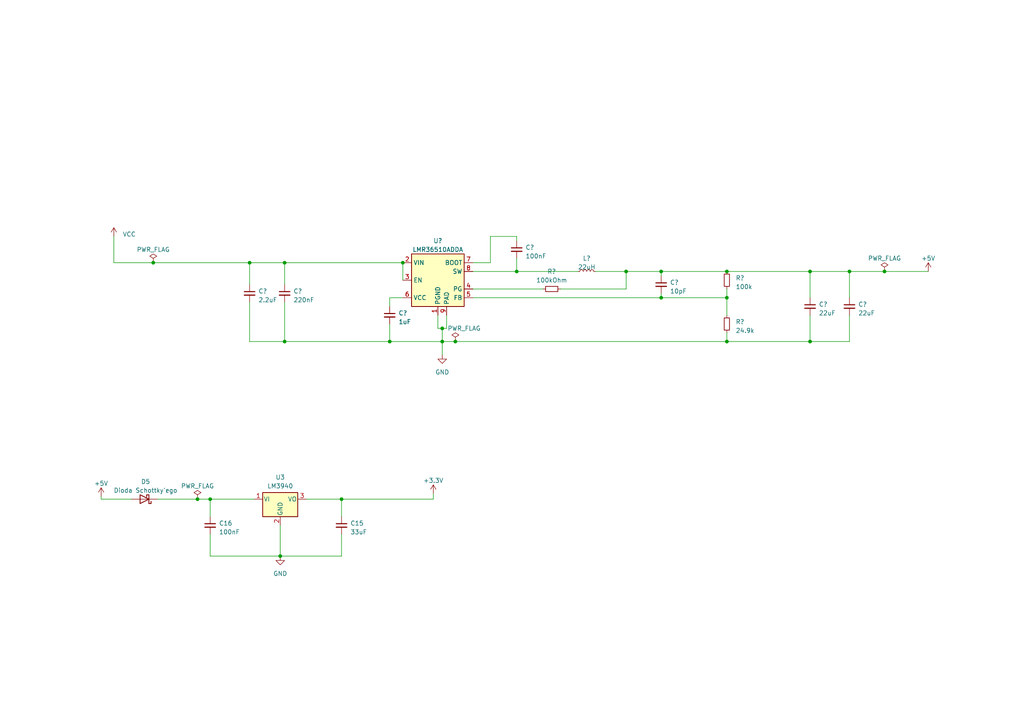
<source format=kicad_sch>
(kicad_sch (version 20230121) (generator eeschema)
  (paper "A4")
  (lib_symbols
    (symbol "Device:C_Small" (pin_numbers hide) (pin_names (offset 0.254) hide)
      (property "Reference" "C" (at 0.254 1.778 0))
      (property "Value" "C_Small" (at 0.254 -2.032 0))
      (symbol "C_Small_0_1"
        (polyline (pts (xy -1.524 -0.508) (xy 1.524 -0.508)) (stroke (width 0.3302)))
        (polyline (pts (xy -1.524 0.508) (xy 1.524 0.508)) (stroke (width 0.3048)))
      )
      (symbol "C_Small_1_1"
        (pin passive line (at 0 2.54 270) (length 2.032) (name "~") (number "1"))
        (pin passive line (at 0 -2.54 90) (length 2.032) (name "~") (number "2"))
      )
    )
    (symbol "Device:L_Small" (pin_numbers hide) (pin_names (offset 0.254) hide)
      (property "Reference" "L" (at 0.762 1.016 0))
      (property "Value" "L_Small" (at 0.762 -1.016 0))
      (symbol "L_Small_0_1"
        (arc (start 0 -2.032) (mid 0.5058 -1.524) (end 0 -1.016))
        (arc (start 0 -1.016) (mid 0.5058 -0.508) (end 0 0))
        (arc (start 0 0) (mid 0.5058 0.508) (end 0 1.016))
        (arc (start 0 1.016) (mid 0.5058 1.524) (end 0 2.032))
      )
      (symbol "L_Small_1_1"
        (pin passive line (at 0 2.54 270) (length 0.508) (name "~") (number "1"))
        (pin passive line (at 0 -2.54 90) (length 0.508) (name "~") (number "2"))
      )
    )
    (symbol "Device:R_Small" (pin_numbers hide) (pin_names (offset 0.254) hide)
      (property "Reference" "R" (at 0.762 0.508 0))
      (property "Value" "R_Small" (at 0.762 -1.016 0))
      (symbol "R_Small_0_1"
        (rectangle (start -0.762 1.778) (end 0.762 -1.778) (stroke (width 0.2032)))
      )
      (symbol "R_Small_1_1"
        (pin passive line (at 0 2.54 270) (length 0.762) (name "~") (number "1"))
        (pin passive line (at 0 -2.54 90) (length 0.762) (name "~") (number "2"))
      )
    )
    (symbol "Diode:1N5711UR" (pin_numbers hide) (pin_names (offset 1.016) hide)
      (property "Reference" "D" (at 0 2.54 0))
      (property "Value" "1N5711UR" (at 0 -2.54 0))
      (symbol "1N5711UR_0_1"
        (polyline (pts (xy 1.27 0) (xy -1.27 0)))
        (polyline (pts (xy 1.27 1.27) (xy 1.27 -1.27) (xy -1.27 0) (xy 1.27 1.27)) (stroke (width 0.254)))
        (polyline (pts (xy -1.905 0.635) (xy -1.905 1.27) (xy -1.27 1.27) (xy -1.27 -1.27) (xy -0.635 -1.27) (xy -0.635 -0.635)) (stroke (width 0.254)))
      )
      (symbol "1N5711UR_1_1"
        (pin passive line (at -3.81 0 0) (length 2.54) (name "K") (number "1"))
        (pin passive line (at 3.81 0 180) (length 2.54) (name "A") (number "2"))
      )
    )
    (symbol "Regulator_Linear:LM7805_TO220" (pin_names (offset 0.254))
      (property "Reference" "U3" (at 0 6.35 0))
      (property "Value" "LM3940" (at 0 3.81 0))
      (symbol "LM7805_TO220_0_1"
        (rectangle (start -5.08 1.905) (end 5.08 -5.08) (stroke (width 0.254)) (fill (type background)))
      )
      (symbol "LM7805_TO220_1_1"
        (pin power_in line (at -7.62 0 0) (length 2.54) (name "VI") (number "1"))
        (pin power_in line (at 0 -7.62 90) (length 2.54) (name "GND") (number "2"))
        (pin power_out line (at 7.62 0 180) (length 2.54) (name "VO") (number "3"))
      )
    )
    (symbol "Regulator_Switching:LMR36510ADDA"
      (property "Reference" "U2" (at 0 11.43 0))
      (property "Value" "LMR36510ADDA" (at 0 8.89 0))
      (symbol "LMR36510ADDA_0_1"
        (rectangle (start -7.62 7.62) (end 7.62 -7.62) (stroke (width 0.254)) (fill (type background)))
      )
      (symbol "LMR36510ADDA_1_1"
        (pin power_in line (at 0 -10.16 90) (length 2.54) (name "PGND") (number "1"))
        (pin power_in line (at -10.16 5.08 0) (length 2.54) (name "VIN") (number "2"))
        (pin input line (at -10.16 0 0) (length 2.54) (name "EN") (number "3"))
        (pin open_collector line (at 10.16 -2.54 180) (length 2.54) (name "PG") (number "4"))
        (pin input line (at 10.16 -5.08 180) (length 2.54) (name "FB") (number "5"))
        (pin power_out line (at -10.16 -5.08 0) (length 2.54) (name "VCC") (number "6"))
        (pin input line (at 10.16 5.08 180) (length 2.54) (name "BOOT") (number "7"))
        (pin output line (at 10.16 2.54 180) (length 2.54) (name "SW") (number "8"))
        (pin power_in line (at 2.54 -10.16 90) (length 2.54) (name "PAD") (number "9"))
      )
    )
    (symbol "power:+3.3V" (power) (pin_names (offset 0))
      (property "Value" "+3.3V" (at 0 3.556 0))
      (symbol "+3.3V_0_1"
        (polyline (pts (xy -0.762 1.27) (xy 0 2.54)))
        (polyline (pts (xy 0 0) (xy 0 2.54)))
        (polyline (pts (xy 0 2.54) (xy 0.762 1.27)))
      )
      (symbol "+3.3V_1_1"
        (pin power_in line (at 0 0 90) (length 0) hide (name "+3.3V") (number "1"))
      )
    )
    (symbol "power:+5V" (power) (pin_names (offset 0))
      (property "Value" "+5V" (at 0 3.556 0))
      (symbol "+5V_0_1"
        (polyline (pts (xy -0.762 1.27) (xy 0 2.54)))
        (polyline (pts (xy 0 0) (xy 0 2.54)))
        (polyline (pts (xy 0 2.54) (xy 0.762 1.27)))
      )
      (symbol "+5V_1_1"
        (pin power_in line (at 0 0 90) (length 0) hide (name "+5V") (number "1"))
      )
    )
    (symbol "power:GND" (power) (pin_names (offset 0))
      (property "Value" "GND" (at 0 -3.81 0))
      (symbol "GND_0_1"
        (polyline (pts (xy 0 0) (xy 0 -1.27) (xy 1.27 -1.27) (xy 0 -2.54) (xy -1.27 -1.27) (xy 0 -1.27)))
      )
      (symbol "GND_1_1"
        (pin power_in line (at 0 0 270) (length 0) hide (name "GND") (number "1"))
      )
    )
    (symbol "power:PWR_FLAG" (power) (pin_numbers hide) (pin_names (offset 0) hide)
      (property "Value" "PWR_FLAG" (at 0 3.81 0))
      (symbol "PWR_FLAG_0_0"
        (pin power_out line (at 0 0 90) (length 0) (name "pwr") (number "1"))
      )
      (symbol "PWR_FLAG_0_1"
        (polyline (pts (xy 0 0) (xy 0 1.27) (xy -1.016 1.905) (xy 0 2.54) (xy 1.016 1.905) (xy 0 1.27)))
      )
    )
    (symbol "power:VCC" (power) (pin_names (offset 0))
      (property "Value" "VCC" (at 0 3.81 0))
      (symbol "VCC_0_1"
        (polyline (pts (xy -0.762 1.27) (xy 0 2.54)))
        (polyline (pts (xy 0 0) (xy 0 2.54)))
        (polyline (pts (xy 0 2.54) (xy 0.762 1.27)))
      )
      (symbol "VCC_1_1"
        (pin power_in line (at 0 0 90) (length 0) hide (name "VCC") (number "1"))
      )
    )
  )
  (junction (at 181.61 78.74))
  (junction (at 82.55 99.06))
  (junction (at 132.08 99.06))
  (junction (at 149.86 78.74))
  (junction (at 246.38 78.74))
  (junction (at 128.27 99.06))
  (junction (at 60.96 144.78))
  (junction (at 191.77 86.36))
  (junction (at 44.45 76.2))
  (junction (at 128.27 95.25))
  (junction (at 113.03 99.06))
  (junction (at 191.77 78.74))
  (junction (at 234.95 78.74))
  (junction (at 234.95 99.06))
  (junction (at 81.28 161.29))
  (junction (at 210.82 86.36))
  (junction (at 57.277 144.78))
  (junction (at 116.84 76.2))
  (junction (at 256.54 78.74))
  (junction (at 72.39 76.2))
  (junction (at 82.55 76.2))
  (junction (at 210.82 78.74))
  (junction (at 99.06 144.78))
  (junction (at 210.82 99.06))
  (wire (pts (xy 137.16 76.2) (xy 142.24 76.2)))
  (wire (pts (xy 172.72 78.74) (xy 181.61 78.74)))
  (wire (pts (xy 113.03 99.06) (xy 128.27 99.06)))
  (wire (pts (xy 234.95 78.74) (xy 246.38 78.74)))
  (wire (pts (xy 128.27 99.06) (xy 132.08 99.06)))
  (wire (pts (xy 181.61 78.74) (xy 191.77 78.74)))
  (wire (pts (xy 99.06 144.78) (xy 88.9 144.78)))
  (wire (pts (xy 234.95 99.06) (xy 210.82 99.06)))
  (wire (pts (xy 82.55 76.2) (xy 116.84 76.2)))
  (wire (pts (xy 137.16 86.36) (xy 191.77 86.36)))
  (wire (pts (xy 234.95 91.44) (xy 234.95 99.06)))
  (wire (pts (xy 116.84 86.36) (xy 113.03 86.36)))
  (wire (pts (xy 29.337 144.78) (xy 38.1 144.78)))
  (wire (pts (xy 72.39 99.06) (xy 82.55 99.06)))
  (wire (pts (xy 29.337 144.018) (xy 29.337 144.78)))
  (wire (pts (xy 33.02 76.2) (xy 44.45 76.2)))
  (wire (pts (xy 191.77 86.36) (xy 210.82 86.36)))
  (wire (pts (xy 191.77 78.74) (xy 210.82 78.74)))
  (wire (pts (xy 45.72 144.78) (xy 57.277 144.78)))
  (wire (pts (xy 60.96 144.78) (xy 60.96 149.86)))
  (wire (pts (xy 127 95.25) (xy 128.27 95.25)))
  (wire (pts (xy 210.82 96.52) (xy 210.82 99.06)))
  (wire (pts (xy 81.28 152.4) (xy 81.28 161.29)))
  (wire (pts (xy 57.277 144.78) (xy 60.96 144.78)))
  (wire (pts (xy 113.03 86.36) (xy 113.03 88.9)))
  (wire (pts (xy 60.96 161.29) (xy 81.28 161.29)))
  (wire (pts (xy 125.6792 143.1798) (xy 125.6792 144.78)))
  (wire (pts (xy 99.06 161.29) (xy 81.28 161.29)))
  (wire (pts (xy 132.08 99.06) (xy 210.82 99.06)))
  (wire (pts (xy 246.38 91.44) (xy 246.38 99.06)))
  (wire (pts (xy 60.96 154.94) (xy 60.96 161.29)))
  (wire (pts (xy 246.38 99.06) (xy 234.95 99.06)))
  (wire (pts (xy 72.39 76.2) (xy 72.39 82.55)))
  (wire (pts (xy 149.86 68.58) (xy 149.86 69.85)))
  (wire (pts (xy 256.54 78.74) (xy 269.24 78.74)))
  (wire (pts (xy 113.03 93.98) (xy 113.03 99.06)))
  (wire (pts (xy 44.45 76.2) (xy 72.39 76.2)))
  (wire (pts (xy 128.27 95.25) (xy 128.27 99.06)))
  (wire (pts (xy 191.77 80.01) (xy 191.77 78.74)))
  (wire (pts (xy 246.38 78.74) (xy 246.38 86.36)))
  (wire (pts (xy 128.27 95.25) (xy 129.54 95.25)))
  (wire (pts (xy 142.24 76.2) (xy 142.24 68.58)))
  (wire (pts (xy 127 91.44) (xy 127 95.25)))
  (wire (pts (xy 99.06 144.78) (xy 125.6792 144.78)))
  (wire (pts (xy 116.84 76.2) (xy 116.84 81.28)))
  (wire (pts (xy 33.02 68.58) (xy 33.02 76.2)))
  (wire (pts (xy 234.95 86.36) (xy 234.95 78.74)))
  (wire (pts (xy 142.24 68.58) (xy 149.86 68.58)))
  (wire (pts (xy 234.95 78.74) (xy 210.82 78.74)))
  (wire (pts (xy 181.61 83.82) (xy 162.56 83.82)))
  (wire (pts (xy 181.61 78.74) (xy 181.61 83.82)))
  (wire (pts (xy 128.27 99.06) (xy 128.27 102.87)))
  (wire (pts (xy 82.55 99.06) (xy 113.03 99.06)))
  (wire (pts (xy 210.82 86.36) (xy 210.82 83.82)))
  (wire (pts (xy 246.38 78.74) (xy 256.54 78.74)))
  (wire (pts (xy 149.86 74.93) (xy 149.86 78.74)))
  (wire (pts (xy 60.96 144.78) (xy 73.66 144.78)))
  (wire (pts (xy 72.39 99.06) (xy 72.39 87.63)))
  (wire (pts (xy 137.16 83.82) (xy 157.48 83.82)))
  (wire (pts (xy 129.54 95.25) (xy 129.54 91.44)))
  (wire (pts (xy 82.55 87.63) (xy 82.55 99.06)))
  (wire (pts (xy 149.86 78.74) (xy 137.16 78.74)))
  (wire (pts (xy 210.82 86.36) (xy 210.82 91.44)))
  (wire (pts (xy 99.06 149.86) (xy 99.06 144.78)))
  (wire (pts (xy 191.77 85.09) (xy 191.77 86.36)))
  (wire (pts (xy 149.86 78.74) (xy 167.64 78.74)))
  (wire (pts (xy 82.55 76.2) (xy 72.39 76.2)))
  (wire (pts (xy 99.06 154.94) (xy 99.06 161.29)))
  (wire (pts (xy 82.55 76.2) (xy 82.55 82.55)))
  (symbol (lib_id "power:+5V") (at 269.24 78.74 0) (unit 1)
    (property "Reference" "#PWR?" (effects hide))
    (property "Value" "+5V" (at 269.24 74.93 0))
    (instances (project "_autosave-untitled" (path "" (reference "#PWR?") (unit 1))) (project "SteeringWheel" (path "" (reference "#PWR03") (unit 1))))
  )
  (symbol (lib_id "Device:C_Small") (at 99.06 152.4 0) (unit 1)
    (property "Reference" "C15" (at 101.6 151.7713 0) (effects (justify left)))
    (property "Value" "33uF" (at 101.6 154.3113 0) (effects (justify left)))
    (property "Footprint" "Capacitor_SMD:C_0603_1608Metric" (effects hide))
  )
  (symbol (lib_id "power:PWR_FLAG") (at 57.277 144.78 0) (unit 1)
    (property "Reference" "#FLG?" (effects hide))
    (property "Value" "PWR_FLAG" (at 57.277 140.97 0))
    (instances (project "_autosave-untitled" (path "" (reference "#FLG?") (unit 1))) (project "SteeringWheel" (path "" (reference "#FLG05") (unit 1))))
  )
  (symbol (lib_id "Device:C_Small") (at 191.77 82.55 0) (unit 1)
    (property "Reference" "C?" (at 194.31 81.9213 0) (effects (justify left)))
    (property "Value" "10pF" (at 194.31 84.4613 0) (effects (justify left)))
    (property "Footprint" "Capacitor_SMD:C_0603_1608Metric" (effects hide))
    (instances (project "_autosave-untitled" (path "" (reference "C?") (unit 1))) (project "SteeringWheel" (path "" (reference "C5") (unit 1))))
  )
  (symbol (lib_id "power:VCC") (at 33.02 68.58 0) (unit 1)
    (property "Reference" "#PWR?" (effects hide))
    (property "Value" "24V" (at 35.56 67.945 0) (effects (justify left)))
    (instances (project "_autosave-untitled" (path "" (reference "#PWR?") (unit 1))) (project "SteeringWheel" (path "" (reference "#PWR01") (unit 1))))
  )
  (symbol (lib_id "power:PWR_FLAG") (at 44.45 76.2 0) (unit 1)
    (property "Reference" "#FLG?" (effects hide))
    (property "Value" "PWR_FLAG" (at 44.45 72.39 0))
    (instances (project "_autosave-untitled" (path "" (reference "#FLG?") (unit 1))) (project "SteeringWheel" (path "" (reference "#FLG01") (unit 1))))
  )
  (symbol (lib_id "Device:C_Small") (at 82.55 85.09 0) (unit 1)
    (property "Reference" "C?" (at 85.09 84.4613 0) (effects (justify left)))
    (property "Value" "220nF" (at 85.09 87.0013 0) (effects (justify left)))
    (property "Footprint" "Capacitor_SMD:C_0603_1608Metric" (effects hide))
    (instances (project "_autosave-untitled" (path "" (reference "C?") (unit 1))) (project "SteeringWheel" (path "" (reference "C2") (unit 1))))
  )
  (symbol (lib_id "power:PWR_FLAG") (at 132.08 99.06 0) (unit 1)
    (property "Reference" "#FLG?" (effects hide))
    (property "Value" "PWR_FLAG" (at 134.62 95.25 0))
    (instances (project "_autosave-untitled" (path "" (reference "#FLG?") (unit 1))) (project "SteeringWheel" (path "" (reference "#FLG02") (unit 1))))
  )
  (symbol (lib_id "Device:R_Small") (at 210.82 93.98 180) (unit 1)
    (property "Reference" "R?" (at 213.36 93.345 0) (effects (justify right)))
    (property "Value" "24.9k" (at 213.36 95.885 0) (effects (justify right)))
    (property "Footprint" "Resistor_SMD:R_0603_1608Metric" (effects hide))
    (instances (project "_autosave-untitled" (path "" (reference "R?") (unit 1))) (project "SteeringWheel" (path "" (reference "R3") (unit 1))))
  )
  (symbol (lib_id "power:PWR_FLAG") (at 256.54 78.74 0) (unit 1)
    (property "Reference" "#FLG?" (effects hide))
    (property "Value" "PWR_FLAG" (at 256.54 74.93 0))
    (instances (project "_autosave-untitled" (path "" (reference "#FLG?") (unit 1))) (project "SteeringWheel" (path "" (reference "#FLG03") (unit 1))))
  )
  (symbol (lib_id "Regulator_Linear:LM7805_TO220") (at 81.28 144.78 0) (unit 1)
    (property "Reference" "U3" (at 81.28 138.43 0))
    (property "Value" "LM3940" (at 81.28 140.97 0))
    (property "Footprint" "Package_TO_SOT_SMD:SOT-223" (effects hide))
    (property "Datasheet" "https://www.ti.com/lit/ds/symlink/lm3940.pdf?ts=1705407829177&ref_url=https%253A%252F%252Fwww.mouser.pl%252F" (effects hide))
  )
  (symbol (lib_id "Device:C_Small") (at 113.03 91.44 0) (unit 1)
    (property "Reference" "C?" (at 115.57 90.8113 0) (effects (justify left)))
    (property "Value" "1uF" (at 115.57 93.3513 0) (effects (justify left)))
    (property "Footprint" "Capacitor_SMD:C_0603_1608Metric" (effects hide))
    (instances (project "_autosave-untitled" (path "" (reference "C?") (unit 1))) (project "SteeringWheel" (path "" (reference "C3") (unit 1))))
  )
  (symbol (lib_id "Device:C_Small") (at 72.39 85.09 0) (unit 1)
    (property "Reference" "C?" (at 74.93 84.4613 0) (effects (justify left)))
    (property "Value" "2.2uF" (at 74.93 87.0013 0) (effects (justify left)))
    (property "Footprint" "Capacitor_SMD:C_0805_2012Metric" (effects hide))
    (instances (project "_autosave-untitled" (path "" (reference "C?") (unit 1))) (project "SteeringWheel" (path "" (reference "C1") (unit 1))))
  )
  (symbol (lib_id "Device:R_Small") (at 160.02 83.82 90) (unit 1)
    (property "Reference" "R?" (at 160.02 78.74 90))
    (property "Value" "100kOhm" (at 160.02 81.28 90))
    (property "Footprint" "Resistor_SMD:R_0603_1608Metric" (effects hide))
    (instances (project "_autosave-untitled" (path "" (reference "R?") (unit 1))) (project "SteeringWheel" (path "" (reference "R1") (unit 1))))
  )
  (symbol (lib_id "power:GND") (at 81.28 161.29 0) (unit 1)
    (property "Reference" "#PWR010" (effects hide))
    (property "Value" "GND" (at 81.28 166.37 0))
  )
  (symbol (lib_id "power:+3.3V") (at 125.6792 143.1798 0) (unit 1)
    (property "Reference" "#PWR012" (effects hide))
    (property "Value" "+3.3V" (at 125.6792 139.3698 0))
  )
  (symbol (lib_id "power:+5V") (at 29.337 144.018 0) (unit 1)
    (property "Reference" "#PWR013" (effects hide))
    (property "Value" "+5V" (at 29.337 140.208 0))
  )
  (symbol (lib_id "Device:C_Small") (at 234.95 88.9 0) (unit 1)
    (property "Reference" "C?" (at 237.49 88.2713 0) (effects (justify left)))
    (property "Value" "22uF" (at 237.49 90.8113 0) (effects (justify left)))
    (property "Footprint" "Capacitor_SMD:C_0805_2012Metric" (effects hide))
    (instances (project "_autosave-untitled" (path "" (reference "C?") (unit 1))) (project "SteeringWheel" (path "" (reference "C6") (unit 1))))
  )
  (symbol (lib_id "Regulator_Switching:LMR36510ADDA") (at 127 81.28 0) (unit 1)
    (property "Reference" "U?" (at 127 69.85 0))
    (property "Value" "LMR36510ADDA" (at 127 72.39 0))
    (property "Footprint" "Package_SO:Texas_HTSOP-8-1EP_3.9x4.9mm_P1.27mm_EP2.95x4.9mm_Mask2.4x3.1mm_ThermalVias" (effects hide))
    (property "Datasheet" "http://www.ti.com/lit/ds/symlink/lmr36510.pdf" (effects hide))
    (instances (project "_autosave-untitled" (path "" (reference "U?") (unit 1))) (project "SteeringWheel" (path "" (reference "U2") (unit 1))))
  )
  (symbol (lib_id "Diode:1N5711UR") (at 41.91 144.78 180) (unit 1)
    (property "Reference" "D5" (at 42.2275 139.7 0))
    (property "Value" "Dioda Schottky'ego" (at 42.2275 142.24 0))
    (property "Footprint" "Diode_SMD:D_MELF" (effects hide))
    (property "Datasheet" "https://www.microsemi.com/document-portal/doc_download/131890-lds-0040-1-datasheet" (effects hide))
  )
  (symbol (lib_id "Device:R_Small") (at 210.82 81.28 180) (unit 1)
    (property "Reference" "R?" (at 213.36 80.645 0) (effects (justify right)))
    (property "Value" "100k" (at 213.36 83.185 0) (effects (justify right)))
    (property "Footprint" "Resistor_SMD:R_0603_1608Metric" (effects hide))
    (instances (project "_autosave-untitled" (path "" (reference "R?") (unit 1))) (project "SteeringWheel" (path "" (reference "R2") (unit 1))))
  )
  (symbol (lib_id "Device:C_Small") (at 246.38 88.9 0) (unit 1)
    (property "Reference" "C?" (at 248.92 88.2713 0) (effects (justify left)))
    (property "Value" "22uF" (at 248.92 90.8113 0) (effects (justify left)))
    (property "Footprint" "Capacitor_SMD:C_0805_2012Metric" (effects hide))
    (instances (project "_autosave-untitled" (path "" (reference "C?") (unit 1))) (project "SteeringWheel" (path "" (reference "C17") (unit 1))))
  )
  (symbol (lib_id "Device:L_Small") (at 170.18 78.74 90) (unit 1)
    (property "Reference" "L?" (at 170.18 74.93 90))
    (property "Value" "22uH" (at 170.18 77.47 90))
    (property "Footprint" "Inductor_SMD:L_7.3x7.3_H4.5" (effects hide))
    (property "Datasheet" "https://www.mouser.pl/ProductDetail/Wurth-Elektronik/7447779122?qs=E%2F%2FhvbtCqpMoEA8AblAp3w%3D%3D" (effects hide))
    (instances (project "_autosave-untitled" (path "" (reference "L?") (unit 1))) (project "SteeringWheel" (path "" (reference "L1") (unit 1))))
  )
  (symbol (lib_id "Device:C_Small") (at 60.96 152.4 0) (unit 1)
    (property "Reference" "C16" (at 63.5 151.7713 0) (effects (justify left)))
    (property "Value" "100nF" (at 63.5 154.3113 0) (effects (justify left)))
    (property "Footprint" "Capacitor_SMD:C_0603_1608Metric" (effects hide))
  )
  (symbol (lib_id "power:GND") (at 128.27 102.87 0) (unit 1)
    (property "Reference" "#PWR?" (effects hide))
    (property "Value" "GND" (at 128.27 107.95 0))
    (instances (project "_autosave-untitled" (path "" (reference "#PWR?") (unit 1))) (project "SteeringWheel" (path "" (reference "#PWR02") (unit 1))))
  )
  (symbol (lib_id "Device:C_Small") (at 149.86 72.39 0) (unit 1)
    (property "Reference" "C?" (at 152.4 71.7613 0) (effects (justify left)))
    (property "Value" "100nF" (at 152.4 74.3013 0) (effects (justify left)))
    (property "Footprint" "Capacitor_SMD:C_0603_1608Metric" (effects hide))
    (instances (project "_autosave-untitled" (path "" (reference "C?") (unit 1))) (project "SteeringWheel" (path "" (reference "C4") (unit 1))))
  )
)
</source>
